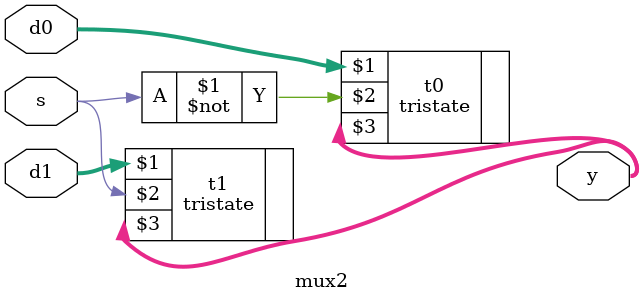
<source format=sv>

module mux2(input  logic [3:0] d0, d1,
            input  logic       s,
            output tri   [3:0] y);

   tristate t0(d0, ~s, y);
   tristate t1(d1, s,  y);
endmodule

</source>
